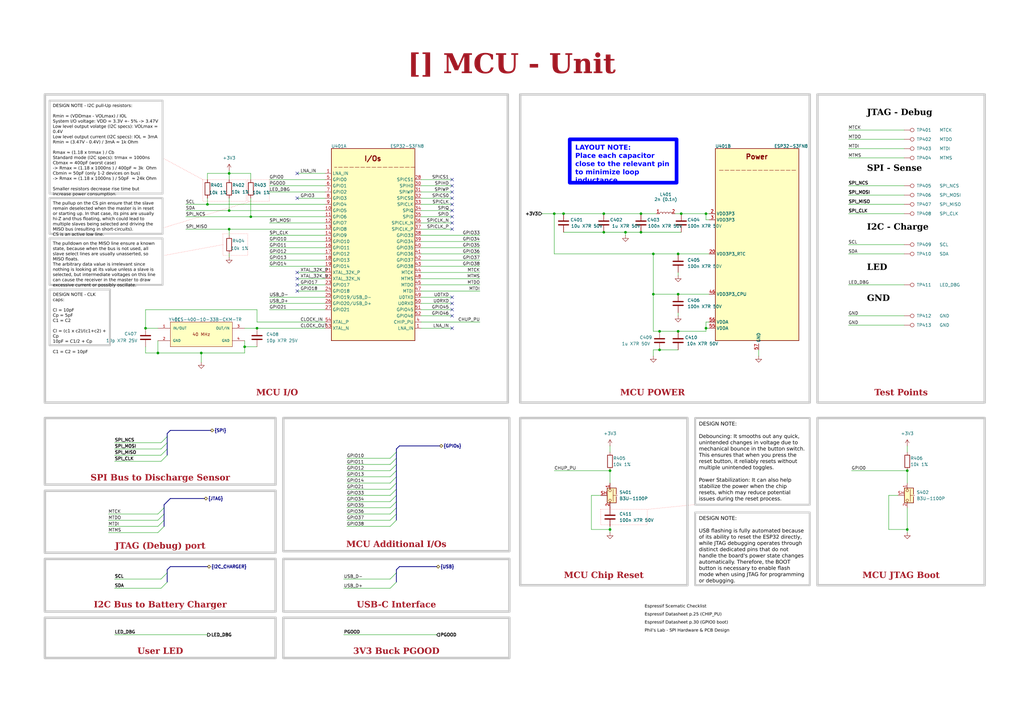
<source format=kicad_sch>
(kicad_sch (version 20231120) (generator "eeschema") (generator_version "8.0")
  (paper "A3")
  (title_block (title "MCU - Unit") (date "Last Modified Date") (rev "${REVISION}") (company "${COMPANY}"))
  (junction (at 250.19 193.04))
  (junction (at 289.56 87.63))
  (junction (at 270.51 143.51))
  (junction (at 372.11 217.17))
  (junction (at 59.69 134.62))
  (junction (at 250.19 217.17))
  (junction (at 289.56 134.62))
  (junction (at 267.97 104.14))
  (junction (at 85.09 83.82))
  (junction (at 256.54 95.25))
  (junction (at 100.33 142.24))
  (junction (at 267.97 120.65))
  (junction (at 231.14 87.63))
  (junction (at 227.33 87.63))
  (junction (at 93.98 93.98))
  (junction (at 279.4 87.63))
  (junction (at 105.41 134.62))
  (junction (at 262.89 87.63))
  (junction (at 102.87 88.9))
  (junction (at 247.65 87.63))
  (junction (at 262.89 95.25))
  (junction (at 82.55 144.78))
  (junction (at 278.13 135.89))
  (junction (at 93.98 71.12))
  (junction (at 247.65 95.25))
  (junction (at 278.13 104.14))
  (junction (at 93.98 86.36))
  (junction (at 278.13 120.65))
  (junction (at 64.77 144.78))
  (junction (at 270.51 135.89))
  (junction (at 372.11 193.04))
  (no_connect (at 185.42 73.66))
  (no_connect (at 121.92 116.84))
  (no_connect (at 185.42 83.82))
  (no_connect (at 185.42 81.28))
  (no_connect (at 185.42 76.2))
  (no_connect (at 185.42 124.46))
  (no_connect (at 121.92 81.28))
  (no_connect (at 185.42 86.36))
  (no_connect (at 121.92 114.3))
  (no_connect (at 121.92 71.12))
  (no_connect (at 185.42 88.9))
  (no_connect (at 121.92 119.38))
  (no_connect (at 185.42 121.92))
  (no_connect (at 121.92 111.76))
  (no_connect (at 185.42 129.54))
  (no_connect (at 185.42 93.98))
  (no_connect (at 185.42 91.44))
  (no_connect (at 185.42 134.62))
  (no_connect (at 185.42 127))
  (no_connect (at 185.42 78.74))
  (bus_entry (at 162.56 187.96) (size -2.54 2.54))
  (bus_entry (at 162.56 205.74) (size -2.54 2.54))
  (bus_entry (at 162.56 213.36) (size -2.54 2.54))
  (bus_entry (at 68.58 181.61) (size -2.54 2.54))
  (bus_entry (at 162.56 198.12) (size -2.54 2.54))
  (bus_entry (at 68.58 186.69) (size -2.54 2.54))
  (bus_entry (at 162.56 190.5) (size -2.54 2.54))
  (bus_entry (at 68.58 238.76) (size -2.54 2.54))
  (bus_entry (at 162.56 238.76) (size -2.54 2.54))
  (bus_entry (at 67.31 213.36) (size -2.54 2.54))
  (bus_entry (at 162.56 208.28) (size -2.54 2.54))
  (bus_entry (at 162.56 203.2) (size -2.54 2.54))
  (bus_entry (at 68.58 184.15) (size -2.54 2.54))
  (bus_entry (at 162.56 195.58) (size -2.54 2.54))
  (bus_entry (at 162.56 210.82) (size -2.54 2.54))
  (bus_entry (at 68.58 179.07) (size -2.54 2.54))
  (bus_entry (at 68.58 234.95) (size -2.54 2.54))
  (bus_entry (at 162.56 234.95) (size -2.54 2.54))
  (bus_entry (at 67.31 208.28) (size -2.54 2.54))
  (bus_entry (at 67.31 215.9) (size -2.54 2.54))
  (bus_entry (at 67.31 210.82) (size -2.54 2.54))
  (bus_entry (at 162.56 185.42) (size -2.54 2.54))
  (bus_entry (at 162.56 200.66) (size -2.54 2.54))
  (bus_entry (at 162.56 193.04) (size -2.54 2.54))
  (wire (pts (xy 93.98 93.98) (xy 93.98 96.52)))
  (wire (pts (xy 267.97 120.65) (xy 278.13 120.65)))
  (wire (pts (xy 110.49 99.06) (xy 133.35 99.06)))
  (wire (pts (xy 172.72 119.38) (xy 196.85 119.38)))
  (wire (pts (xy 82.55 144.78) (xy 100.33 144.78)))
  (wire (pts (xy 172.72 78.74) (xy 185.42 78.74)))
  (bus (pts (xy 67.31 207.01) (xy 69.85 204.47)))
  (wire (pts (xy 110.49 91.44) (xy 133.35 91.44)))
  (wire (pts (xy 105.41 132.08) (xy 133.35 132.08)))
  (wire (pts (xy 121.92 116.84) (xy 133.35 116.84)))
  (wire (pts (xy 172.72 81.28) (xy 185.3983 81.28)))
  (bus (pts (xy 68.58 233.68) (xy 69.85 232.41)))
  (wire (pts (xy 142.24 198.12) (xy 160.02 198.12)))
  (wire (pts (xy 85.09 71.12) (xy 93.98 71.12)))
  (bus (pts (xy 162.56 193.04) (xy 162.56 195.58)))
  (wire (pts (xy 172.72 76.2) (xy 185.42 76.2)))
  (wire (pts (xy 231.14 87.63) (xy 247.65 87.63)))
  (wire (pts (xy 172.72 101.6) (xy 196.85 101.6)))
  (wire (pts (xy 347.98 129.54) (xy 370.84 129.54)))
  (wire (pts (xy 59.69 127) (xy 105.41 127)))
  (wire (pts (xy 160.02 215.9) (xy 142.24 215.9)))
  (wire (pts (xy 93.98 93.98) (xy 133.35 93.98)))
  (wire (pts (xy 347.98 104.14) (xy 370.84 104.14)))
  (wire (pts (xy 142.24 195.58) (xy 160.02 195.58)))
  (wire (pts (xy 279.4 87.63) (xy 289.56 87.63)))
  (wire (pts (xy 105.41 134.62) (xy 133.35 134.62)))
  (wire (pts (xy 82.55 144.78) (xy 64.77 144.78)))
  (wire (pts (xy 278.13 113.03) (xy 278.13 111.76)))
  (wire (pts (xy 140.97 260.35) (xy 179.07 260.35)))
  (wire (pts (xy 289.56 132.08) (xy 289.56 134.62)))
  (wire (pts (xy 121.92 71.12) (xy 133.35 71.12)))
  (wire (pts (xy 102.87 81.28) (xy 102.87 88.9)))
  (wire (pts (xy 364.49 203.2) (xy 368.3 203.2)))
  (wire (pts (xy 347.98 83.82) (xy 370.84 83.82)))
  (bus (pts (xy 69.85 176.53) (xy 86.36 176.53)))
  (wire (pts (xy 76.2 86.36) (xy 93.98 86.36)))
  (wire (pts (xy 110.49 73.66) (xy 133.35 73.66)))
  (wire (pts (xy 121.92 119.38) (xy 133.35 119.38)))
  (wire (pts (xy 289.56 90.17) (xy 289.56 87.63)))
  (wire (pts (xy 347.98 87.63) (xy 370.84 87.63)))
  (wire (pts (xy 278.13 129.54) (xy 278.13 128.27)))
  (wire (pts (xy 160.02 205.74) (xy 142.24 205.74)))
  (wire (pts (xy 110.49 124.46) (xy 133.35 124.46)))
  (bus (pts (xy 162.56 234.95) (xy 162.56 238.76)))
  (polyline (pts (xy 91.44 100.33) (xy 67.31 104.775)) (stroke (width 0) (type dot) (color 255 0 0 1)))
  (wire (pts (xy 347.98 53.34) (xy 370.84 53.34)))
  (bus (pts (xy 162.56 203.2) (xy 162.56 205.74)))
  (wire (pts (xy 110.49 101.6) (xy 133.35 101.6)))
  (wire (pts (xy 93.98 104.14) (xy 93.98 105.41)))
  (wire (pts (xy 46.99 184.15) (xy 66.04 184.15)))
  (wire (pts (xy 222.25 87.63) (xy 227.33 87.63)))
  (wire (pts (xy 142.24 187.96) (xy 160.02 187.96)))
  (wire (pts (xy 347.98 57.15) (xy 370.84 57.15)))
  (bus (pts (xy 68.58 177.8) (xy 68.58 179.07)))
  (bus (pts (xy 162.56 233.68) (xy 162.56 234.95)))
  (wire (pts (xy 85.09 83.82) (xy 133.35 83.82)))
  (wire (pts (xy 160.02 203.2) (xy 142.24 203.2)))
  (wire (pts (xy 242.57 203.2) (xy 242.57 217.17)))
  (bus (pts (xy 162.56 195.58) (xy 162.56 198.12)))
  (wire (pts (xy 44.45 210.82) (xy 64.77 210.82)))
  (wire (pts (xy 267.97 120.65) (xy 267.97 135.89)))
  (wire (pts (xy 172.72 83.82) (xy 185.42 83.82)))
  (wire (pts (xy 44.45 218.44) (xy 64.77 218.44)))
  (wire (pts (xy 46.99 237.49) (xy 66.04 237.49)))
  (wire (pts (xy 160.02 213.36) (xy 142.24 213.36)))
  (wire (pts (xy 110.49 127) (xy 133.35 127)))
  (wire (pts (xy 289.56 132.08) (xy 290.83 132.08)))
  (wire (pts (xy 44.45 215.9) (xy 64.77 215.9)))
  (wire (pts (xy 267.97 104.14) (xy 278.13 104.14)))
  (wire (pts (xy 267.97 143.51) (xy 270.51 143.51)))
  (wire (pts (xy 142.24 193.04) (xy 160.02 193.04)))
  (polyline (pts (xy 102.87 82.55) (xy 67.31 93.345)) (stroke (width 0) (type dot) (color 255 0 0 1)))
  (wire (pts (xy 93.98 81.28) (xy 93.98 86.36)))
  (wire (pts (xy 267.97 135.89) (xy 270.51 135.89)))
  (wire (pts (xy 140.97 237.49) (xy 160.02 237.49)))
  (wire (pts (xy 46.99 241.3) (xy 66.04 241.3)))
  (wire (pts (xy 172.72 99.06) (xy 196.85 99.06)))
  (wire (pts (xy 172.72 109.22) (xy 196.85 109.22)))
  (wire (pts (xy 93.98 69.85) (xy 93.98 71.12)))
  (wire (pts (xy 110.49 104.14) (xy 133.35 104.14)))
  (wire (pts (xy 142.24 200.66) (xy 160.02 200.66)))
  (wire (pts (xy 93.98 71.12) (xy 102.87 71.12)))
  (bus (pts (xy 179.07 232.41) (xy 163.83 232.41)))
  (bus (pts (xy 68.58 234.95) (xy 68.58 238.76)))
  (wire (pts (xy 250.19 215.9) (xy 250.19 217.17)))
  (bus (pts (xy 180.34 182.88) (xy 163.83 182.88)))
  (wire (pts (xy 100.33 139.7) (xy 100.33 142.24)))
  (wire (pts (xy 172.72 121.92) (xy 185.42 121.92)))
  (wire (pts (xy 100.33 142.24) (xy 100.33 144.78)))
  (wire (pts (xy 110.49 76.2) (xy 133.35 76.2)))
  (wire (pts (xy 262.89 95.25) (xy 279.4 95.25)))
  (bus (pts (xy 67.31 210.82) (xy 67.31 213.36)))
  (wire (pts (xy 278.13 135.89) (xy 289.56 135.89)))
  (bus (pts (xy 67.31 208.28) (xy 67.31 210.82)))
  (bus (pts (xy 162.56 210.82) (xy 162.56 213.36)))
  (wire (pts (xy 250.19 217.17) (xy 250.19 218.44)))
  (wire (pts (xy 347.98 60.96) (xy 370.84 60.96)))
  (wire (pts (xy 172.72 127) (xy 185.42 127)))
  (wire (pts (xy 267.97 104.14) (xy 267.97 120.65)))
  (wire (pts (xy 100.33 142.24) (xy 105.41 142.24)))
  (wire (pts (xy 172.72 129.54) (xy 185.42 129.54)))
  (wire (pts (xy 110.49 96.52) (xy 133.35 96.52)))
  (wire (pts (xy 247.65 87.63) (xy 262.89 87.63)))
  (wire (pts (xy 347.98 76.2) (xy 370.84 76.2)))
  (wire (pts (xy 270.51 135.89) (xy 278.13 135.89)))
  (wire (pts (xy 59.69 127) (xy 59.69 134.62)))
  (wire (pts (xy 102.87 88.9) (xy 133.35 88.9)))
  (wire (pts (xy 270.51 143.51) (xy 278.13 143.51)))
  (wire (pts (xy 349.25 193.04) (xy 372.11 193.04)))
  (wire (pts (xy 172.72 114.3) (xy 196.85 114.3)))
  (wire (pts (xy 172.72 86.36) (xy 185.42 86.36)))
  (bus (pts (xy 67.31 213.36) (xy 67.31 215.9)))
  (wire (pts (xy 110.49 106.68) (xy 133.35 106.68)))
  (wire (pts (xy 347.98 64.77) (xy 370.84 64.77)))
  (wire (pts (xy 172.72 88.9) (xy 185.42 88.9)))
  (wire (pts (xy 172.72 134.62) (xy 185.42 134.62)))
  (wire (pts (xy 289.56 134.62) (xy 290.83 134.62)))
  (wire (pts (xy 121.92 81.28) (xy 133.35 81.28)))
  (wire (pts (xy 172.72 104.14) (xy 196.85 104.14)))
  (wire (pts (xy 227.33 87.63) (xy 227.33 104.14)))
  (bus (pts (xy 85.09 232.41) (xy 69.85 232.41)))
  (wire (pts (xy 142.24 190.5) (xy 160.02 190.5)))
  (wire (pts (xy 227.33 87.63) (xy 231.14 87.63)))
  (wire (pts (xy 172.72 96.52) (xy 196.85 96.52)))
  (wire (pts (xy 46.99 260.35) (xy 85.09 260.35)))
  (wire (pts (xy 347.98 116.84) (xy 370.84 116.84)))
  (wire (pts (xy 172.72 124.46) (xy 185.42 124.46)))
  (wire (pts (xy 372.11 193.04) (xy 372.11 198.12)))
  (bus (pts (xy 68.58 184.15) (xy 68.58 181.61)))
  (wire (pts (xy 110.49 121.92) (xy 133.35 121.92)))
  (wire (pts (xy 64.77 139.7) (xy 64.77 144.78)))
  (bus (pts (xy 68.58 186.69) (xy 68.58 184.15)))
  (wire (pts (xy 290.83 90.17) (xy 289.56 90.17)))
  (wire (pts (xy 105.41 127) (xy 105.41 132.08)))
  (wire (pts (xy 172.72 93.98) (xy 185.42 93.98)))
  (wire (pts (xy 172.72 106.68) (xy 196.85 106.68)))
  (wire (pts (xy 160.02 208.28) (xy 142.24 208.28)))
  (wire (pts (xy 44.45 213.36) (xy 64.77 213.36)))
  (bus (pts (xy 162.56 190.5) (xy 162.56 193.04)))
  (bus (pts (xy 162.56 200.66) (xy 162.56 203.2)))
  (wire (pts (xy 364.49 203.2) (xy 364.49 217.17)))
  (wire (pts (xy 59.69 144.78) (xy 59.69 142.24)))
  (wire (pts (xy 267.97 143.51) (xy 267.97 146.05)))
  (wire (pts (xy 347.98 100.33) (xy 370.84 100.33)))
  (bus (pts (xy 162.56 208.28) (xy 162.56 210.82)))
  (wire (pts (xy 172.72 111.76) (xy 196.85 111.76)))
  (bus (pts (xy 162.56 185.42) (xy 162.56 187.96)))
  (wire (pts (xy 85.09 81.28) (xy 85.09 83.82)))
  (bus (pts (xy 162.56 187.96) (xy 162.56 190.5)))
  (polyline (pts (xy 83.185 73.66) (xy 66.675 64.77)) (stroke (width 0) (type dot) (color 255 0 0 1)))
  (wire (pts (xy 121.92 111.76) (xy 133.35 111.76)))
  (bus (pts (xy 162.56 198.12) (xy 162.56 200.66)))
  (wire (pts (xy 289.56 87.63) (xy 290.83 87.63)))
  (wire (pts (xy 110.49 109.22) (xy 133.35 109.22)))
  (wire (pts (xy 76.2 83.82) (xy 85.09 83.82)))
  (wire (pts (xy 102.87 71.12) (xy 102.87 73.66)))
  (wire (pts (xy 76.2 93.98) (xy 93.98 93.98)))
  (wire (pts (xy 93.98 86.36) (xy 133.35 86.36)))
  (polyline (pts (xy 284.48 207.01) (xy 265.43 208.915)) (stroke (width 0) (type dot) (color 255 0 0 1)))
  (wire (pts (xy 46.99 181.61) (xy 66.04 181.61)))
  (wire (pts (xy 172.72 132.08) (xy 196.85 132.08)))
  (wire (pts (xy 121.92 114.3) (xy 133.35 114.3)))
  (wire (pts (xy 172.72 116.84) (xy 196.85 116.84)))
  (wire (pts (xy 227.33 104.14) (xy 267.97 104.14)))
  (bus (pts (xy 162.56 184.15) (xy 162.56 185.42)))
  (bus (pts (xy 162.56 233.68) (xy 163.83 232.41)))
  (wire (pts (xy 46.99 189.23) (xy 66.04 189.23)))
  (wire (pts (xy 372.11 217.17) (xy 372.11 218.44)))
  (wire (pts (xy 347.98 133.35) (xy 370.84 133.35)))
  (wire (pts (xy 364.49 217.17) (xy 372.11 217.17)))
  (wire (pts (xy 269.24 87.63) (xy 262.89 87.63)))
  (wire (pts (xy 372.11 182.88) (xy 372.11 185.42)))
  (bus (pts (xy 69.85 204.47) (xy 83.82 204.47)))
  (wire (pts (xy 85.09 71.12) (xy 85.09 73.66)))
  (bus (pts (xy 68.58 181.61) (xy 68.58 179.07)))
  (wire (pts (xy 140.97 241.3) (xy 160.02 241.3)))
  (wire (pts (xy 172.72 91.44) (xy 185.42 91.44)))
  (wire (pts (xy 76.2 88.9) (xy 102.87 88.9)))
  (wire (pts (xy 278.13 104.14) (xy 290.83 104.14)))
  (wire (pts (xy 227.33 193.04) (xy 250.19 193.04)))
  (bus (pts (xy 68.58 233.68) (xy 68.58 234.95)))
  (wire (pts (xy 59.69 144.78) (xy 64.77 144.78)))
  (wire (pts (xy 100.33 134.62) (xy 105.41 134.62)))
  (wire (pts (xy 160.02 210.82) (xy 142.24 210.82)))
  (bus (pts (xy 162.56 205.74) (xy 162.56 208.28)))
  (wire (pts (xy 276.86 87.63) (xy 279.4 87.63)))
  (bus (pts (xy 162.56 184.15) (xy 163.83 182.88)))
  (wire (pts (xy 59.69 134.62) (xy 64.77 134.62)))
  (wire (pts (xy 289.56 134.62) (xy 289.56 135.89)))
  (wire (pts (xy 110.49 78.74) (xy 133.35 78.74)))
  (wire (pts (xy 256.54 95.25) (xy 262.89 95.25)))
  (wire (pts (xy 247.65 95.25) (xy 231.14 95.25)))
  (wire (pts (xy 256.54 95.25) (xy 256.54 96.52)))
  (wire (pts (xy 172.72 73.66) (xy 185.42 73.66)))
  (wire (pts (xy 242.57 217.17) (xy 250.19 217.17)))
  (wire (pts (xy 250.19 193.04) (xy 250.19 198.12)))
  (wire (pts (xy 82.55 144.78) (xy 82.55 148.59)))
  (wire (pts (xy 46.99 186.69) (xy 66.04 186.69)))
  (wire (pts (xy 93.98 71.12) (xy 93.98 73.66)))
  (bus (pts (xy 67.31 208.28) (xy 67.31 207.01)))
  (wire (pts (xy 278.13 120.65) (xy 290.83 120.65)))
  (wire (pts (xy 250.19 182.88) (xy 250.19 185.42)))
  (wire (pts (xy 242.57 203.2) (xy 246.38 203.2)))
  (wire (pts (xy 372.11 208.28) (xy 372.11 217.17)))
  (wire (pts (xy 311.15 146.05) (xy 311.15 143.51)))
  (wire (pts (xy 347.98 80.01) (xy 370.84 80.01)))
  (bus (pts (xy 69.85 176.53) (xy 68.58 177.8)))
  (wire (pts (xy 247.65 95.25) (xy 256.54 95.25)))
  (rectangle (start 18.415 229.235) (end 113.03 250.825) (stroke (width 1) (color 200 200 200 1)))
  (rectangle (start 18.415 253.365) (end 113.03 269.875) (stroke (width 1) (color 200 200 200 1)))
  (rectangle (start 101.6 73.66) (end 110.49 82.55) (stroke (width 0) (type dot) (color 255 0 0 1)))
  (rectangle (start 116.205 229.235) (end 208.915 250.825) (stroke (width 1) (color 200 200 200 1)))
  (rectangle (start 18.415 201.295) (end 113.03 226.695) (stroke (width 1) (color 200 200 200 1)))
  (rectangle (start 91.44 95.885) (end 101.6 104.775) (stroke (width 0) (type dot) (color 255 0 0 1)))
  (rectangle (start 335.28 38.735) (end 403.86 165.1) (stroke (width 1) (color 200 200 200 1)))
  (rectangle (start 116.205 171.45) (end 208.915 226.06) (stroke (width 1) (color 200 200 200 1)))
  (rectangle (start 18.415 171.45) (end 113.03 198.755) (stroke (width 1) (color 200 200 200 1)))
  (rectangle (start 213.36 38.735) (end 332.105 165.1) (stroke (width 1) (color 200 200 200 1)))
  (rectangle (start 83.185 73.66) (end 100.965 82.55) (stroke (width 0) (type dot) (color 255 0 0 1)))
  (rectangle (start 213.36 171.45) (end 281.94 240.03) (stroke (width 1) (color 200 200 200 1)))
  (rectangle (start 335.28 171.45) (end 403.86 240.03) (stroke (width 1) (color 200 200 200 1)))
  (rectangle (start 116.205 253.365) (end 208.915 269.875) (stroke (width 1) (color 200 200 200 1)))
  (rectangle (start 18.415 38.735) (end 208.28 165.1) (stroke (width 1) (color 200 200 200 1)))
  (rectangle (start 246.38 208.915) (end 265.43 215.265) (stroke (width 0) (type dot) (color 255 0 0 1)))
  (text_box "MCU Additional I/Os" (at 115.57 217.17 0) (size 93.98 9.525) (stroke (width -0.0001)) (effects (font (size 2.54 2.54) (thickness 0.508) (bold yes)) (justify bottom)))
  (text_box "MCU Chip Reset" (at 212.725 229.87 0) (size 69.85 9.525) (stroke (width -0.0001)) (effects (font (size 2.54 2.54) (thickness 0.508) (bold yes)) (justify bottom)))
  (text_box "SPI Bus to Discharge Sensor" (at 17.78 189.865 0) (size 95.885 9.525) (stroke (width -0.0001)) (effects (font (size 2.54 2.54) (thickness 0.508) (bold yes)) (justify bottom)))
  (text_box "GND" (at 353.695 116.205 0) (size 64.77 9.525) (stroke (width -0.0001)) (effects (font (size 2.54 2.54) (thickness 0.508) (bold yes)) (justify left bottom)))
  (text_box "The pulldown on the MISO line ensure a known state, because when the bus is not used, all slave select lines are usually unasserted, so MISO floats. \nThe arbitrary data value is irrelevant since nothing is looking at its value unless a slave is selected, but intermediate voltages on this line can cause the receiver in the master to draw excessive current or possibly oscillate. " (at 20.32 97.79 0) (size 46.355 19.05) (stroke (width 0.8) (color 200 200 200 1)) (effects (font (size 1.27 1.27)) (justify left top)))
  (text_box "JTAG (Debug) port" (at 17.78 217.805 0) (size 95.885 9.525) (stroke (width -0.0001)) (effects (font (size 2.54 2.54) (thickness 0.508) (bold yes)) (justify bottom)))
  (text_box "DESIGN NOTE - I2C pull-Up resistors:\n\nRmin = (VDDmax - VOLmax) / IOL\nSystem I/O voltage: VDD = 3.3V +- 5% -> 3.47V\nLow level output volatge (I2C specs): VOLmax = 0.4V\nLow level output current (I2C specs): IOL = 3mA\nRmin = (3.47V - 0.4V) / 3mA ≈ 1k Ohm\n\nRmax ≈ (1.18 x trmax ) / Cb\nStandard mode (I2C specs): trmax = 1000ns\nCbmax = 400pF (worst case)\n-> Rmax = (1.18 x 1000ns ) / 400pF ≈ 3k  Ohm \nCbmin = 50pF (only 1-2 devices on bus)\n-> Rmax = (1.18 x 1000ns ) / 50pF  ≈ 24k Ohm \n\nSmaller resistors decrease rise time but \nincrease power consumption.\n\n" (at 20.32 41.275 0) (size 46.355 38.1) (stroke (width 0.8) (color 200 200 200 1)) (effects (font (size 1.27 1.27)) (justify left top)))
  (text_box "User LED" (at 17.78 260.985 0) (size 95.885 9.525) (stroke (width -0.0001)) (effects (font (size 2.54 2.54) (thickness 0.508) (bold yes)) (justify bottom)))
  (text_box "[${#}] ${TITLE}" (at 10.16 20.32 0) (size 399.415 12.7) (stroke (width -0.0001)) (effects (font (size 8 8) (thickness 1.2) (bold yes))))
  (text_box "DESIGN NOTE - CLK caps:\n\nCl = 10pF\nCp = 5pF\nC1 = C2\n\nCl = (c1 x c2)/(c1+c2) + Cp\n10pF = C1/2 + Cp\n\nC1 = C2 = 10pF\n\n" (at 20.32 118.745 0) (size 24.765 22.86) (stroke (width 0.8) (color 200 200 200 1)) (effects (font (size 1.27 1.27)) (justify left top)))
  (text_box "Test Points" (at 334.645 154.94 0) (size 69.85 9.525) (stroke (width -0.0001)) (effects (font (size 2.54 2.54) (thickness 0.508) (bold yes)) (justify bottom)))
  (text_box "The pullup on the CS pin ensure that the slave remain deselected when the master is in reset or starting up. In that case, its pins are usually hi-Z and thus floating, which could lead to multiple slaves being selected and driving the MISO bus (resulting in short-circuits). \nCS is an active low line." (at 20.32 81.28 0) (size 46.355 14.605) (stroke (width 0.8) (color 200 200 200 1)) (effects (font (size 1.27 1.27)) (justify left top)))
  (text_box "SPI - Sense" (at 353.695 62.865 0) (size 64.77 9.525) (stroke (width -0.0001)) (effects (font (size 2.54 2.54) (thickness 0.508) (bold yes)) (justify left bottom)))
  (text_box "MCU JTAG Boot" (at 334.645 229.87 0) (size 69.85 9.525) (stroke (width -0.0001)) (effects (font (size 2.54 2.54) (thickness 0.508) (bold yes)) (justify bottom)))
  (text_box "JTAG - Debug" (at 353.695 40.005 0) (size 64.77 9.525) (stroke (width -0.0001)) (effects (font (size 2.54 2.54) (thickness 0.508) (bold yes)) (justify left bottom)))
  (text_box "I2C - Charge" (at 353.695 86.995 0) (size 64.77 9.525) (stroke (width -0.0001)) (effects (font (size 2.54 2.54) (thickness 0.508) (bold yes)) (justify left bottom)))
  (text_box "LAYOUT NOTE:\nPlace each capacitor close to the relevant pin\nto minimize loop inductance." (at 233.68 57.15 0) (size 43.815 17.78) (stroke (width 1.5) (color 0 0 255 1)) (effects (font (size 2 2) (thickness 0.4) (bold yes)) (justify left top)))
  (text_box "MCU I/O" (at 17.78 154.94 0) (size 191.77 9.525) (stroke (width -0.0001)) (effects (font (size 2.54 2.54) (thickness 0.508) (bold yes)) (justify bottom)))
  (text_box "I2C Bus to Battery Charger" (at 17.78 241.935 0) (size 95.885 9.525) (stroke (width -0.0001)) (effects (font (size 2.54 2.54) (thickness 0.508) (bold yes)) (justify bottom)))
  (text_box "USB-C Interface" (at 115.57 241.935 0) (size 93.98 9.525) (stroke (width -0.0001)) (effects (font (size 2.54 2.54) (thickness 0.508) (bold yes)) (justify bottom)))
  (text_box "MCU POWER" (at 207.645 154.94 0) (size 120.015 9.525) (stroke (width -0.0001)) (effects (font (size 2.54 2.54) (thickness 0.508) (bold yes)) (justify bottom)))
  (text_box "3V3 Buck PGOOD" (at 115.57 260.985 0) (size 93.98 9.525) (stroke (width -0.0001)) (effects (font (size 2.54 2.54) (thickness 0.508) (bold yes)) (justify bottom)))
  (text_box "LED" (at 353.695 103.505 0) (size 64.77 9.525) (stroke (width -0.0001)) (effects (font (size 2.54 2.54) (thickness 0.508) (bold yes)) (justify left bottom)))
  (text_box "DESIGN NOTE:\n\nUSB flashing is fully automated because of its ability to reset the ESP32 directly, while JTAG debugging operates through distinct dedicated pins that do not handle the board's power state changes automatically. Therefore, the BOOT button is necessary to enable flash mode when using JTAG for programming or debugging." (at 285.115 210.185 0) (size 46.99 29.845) (stroke (width 0.8) (color 200 200 200 1)) (effects (font (size 1.524 1.524)) (justify left top)))
  (text_box "DESIGN NOTE:\n\nDebouncing: It smooths out any quick, unintended changes in voltage due to mechanical bounce in the button switch. This ensures that when you press the reset button, it reliably resets without multiple unintended toggles.\n\nPower Stabilization: It can also help stabilize the power when the chip resets, which may reduce potential issues during the reset process." (at 285.115 171.45 0) (size 46.99 35.56) (stroke (width 0.8128) (color 200 200 200 1)) (effects (font (size 1.524 1.524)) (justify left top)))
  (text "Espressif Datasheet p.25 (CHIP_PU)" (at 264.414 253.238 0) (effects (font (size 1.27 1.27)) (justify left bottom)))
  (text "Phil's Lab - SPI Hardware & PCB Design" (at 264.414 259.842 0) (effects (font (size 1.27 1.27)) (justify left bottom)))
  (text "Espressif Datasheet p.30 (GPIO0 boot)" (at 264.414 256.54 0) (effects (font (size 1.27 1.27)) (justify left bottom)))
  (text "Espressif Scematic Checklist" (at 264.414 249.936 0) (effects (font (size 1.27 1.27)) (justify left bottom)))
  (label "SPICS1" (at 184.15 73.66 180))
  (label "GPIO36" (at 196.85 104.14 180))
  (label "GPIO10" (at 110.49 99.06 0))
  (label "GPIO14" (at 110.49 109.22 0))
  (label "CLOCK_OUT" (at 123.19 134.62 0))
  (label "MTCK" (at 196.85 111.76 180))
  (label "LED_DBG" (at 46.99 260.35 0) (effects (font (thickness 0.254) (bold yes))))
  (label "USB_D+" (at 140.97 241.3 0))
  (label "SPI_CLK" (at 46.99 189.23 0) (effects (font (thickness 0.254) (bold yes))))
  (label "LNA_IN" (at 123.19 71.12 0))
  (label "SPI_NCS" (at 76.2 88.9 0) (effects (font (thickness 0.1588))))
  (label "GPIO11" (at 142.24 190.5 0))
  (label "GPIO35" (at 196.85 101.6 180))
  (label "LNA_IN" (at 184.15 134.62 180))
  (label "GPIO38" (at 196.85 109.22 180))
  (label "U0TXD" (at 184.15 121.92 180))
  (label "GPIO11" (at 110.49 101.6 0))
  (label "SPIWP" (at 184.15 78.74 180))
  (label "CHUP_PU" (at 227.33 193.04 0))
  (label "U0RXD" (at 184.15 124.46 180))
  (label "SPIQ" (at 184.15 86.36 180))
  (label "SCL" (at 46.99 237.49 0) (effects (font (thickness 0.254) (bold yes))))
  (label "SPI_MISO" (at 347.98 83.82 0) (effects (font (thickness 0.254) (bold yes))))
  (label "SPID" (at 184.15 88.9 180))
  (label "SPICLK" (at 184.15 83.82 180))
  (label "GPIO33" (at 196.85 96.52 180))
  (label "USB_D+" (at 110.49 124.46 0))
  (label "GPIO14" (at 142.24 198.12 0))
  (label "XTAL_32K_P" (at 123.19 111.76 0))
  (label "GPIO12" (at 110.49 104.14 0))
  (label "SDA" (at 76.2 86.36 0))
  (label "MTDO" (at 44.45 213.36 0))
  (label "GPIO18" (at 123.19 119.38 0))
  (label "MTMS" (at 347.98 64.77 0))
  (label "SPICLK_P" (at 184.15 93.98 180))
  (label "USB_D-" (at 140.97 237.49 0) (effects (font (thickness 0.1588))))
  (label "SPICLK_N" (at 184.15 91.44 180))
  (label "PGOOD" (at 110.49 76.2 0))
  (label "CLOCK_IN" (at 123.19 132.08 0))
  (label "SDA" (at 347.98 104.14 0))
  (label "SPI_NCS" (at 46.99 181.61 0) (effects (font (thickness 0.254) (bold yes))))
  (label "SCL" (at 347.98 100.33 0))
  (label "PGOOD" (at 140.97 260.35 0) (effects (font (thickness 0.254) (bold yes))))
  (label "GPIO35" (at 142.24 208.28 0))
  (label "GPIO36" (at 142.24 210.82 0))
  (label "GPIO0" (at 110.49 73.66 0))
  (label "MTCK" (at 44.45 210.82 0))
  (label "SPI_MISO" (at 76.2 93.98 0) (effects (font (thickness 0.1588))))
  (label "GPIO37" (at 196.85 106.68 180))
  (label "GPIO46" (at 184.15 129.54 180))
  (label "XTAL_32K_N" (at 123.19 114.3 0))
  (label "SPI_NCS" (at 347.98 76.2 0) (effects (font (thickness 0.254) (bold yes))))
  (label "SPI_MISO" (at 46.99 186.69 0) (effects (font (thickness 0.254) (bold yes))))
  (label "LED_DBG" (at 347.98 116.84 0))
  (label "GPIO3" (at 123.19 81.28 0))
  (label "GPIO12" (at 142.24 193.04 0))
  (label "MTMS" (at 196.85 114.3 180))
  (label "LED_DBG" (at 110.49 78.74 0) (effects (font (thickness 0.1588))))
  (label "MTDI" (at 196.85 119.38 180))
  (label "GPIO13" (at 110.49 106.68 0))
  (label "SDA" (at 46.99 241.3 0) (effects (font (thickness 0.254) (bold yes))))
  (label "SPI_CLK" (at 347.98 87.63 0) (effects (font (thickness 0.254) (bold yes))))
  (label "GPIO45" (at 184.15 127 180))
  (label "GPIO21" (at 142.24 200.66 0))
  (label "SPIHD" (at 184.15 76.2 180))
  (label "SPI_MOSI" (at 110.49 91.44 0) (effects (font (thickness 0.1588))))
  (label "CHUP_PU" (at 196.85 132.08 180))
  (label "GPIO34" (at 142.24 205.74 0))
  (label "GPIO21" (at 110.49 127 0))
  (label "MTDO" (at 347.98 57.15 0))
  (label "GPIO17" (at 123.19 116.84 0))
  (label "MTMS" (at 44.45 218.44 0))
  (label "MTDO" (at 196.85 116.84 180))
  (label "GPIO37" (at 142.24 213.36 0))
  (label "GND" (at 347.98 129.54 0) (property "Netclass" "GND" (effects (hide yes))))
  (label "GPIO34" (at 196.85 99.06 180))
  (label "MTDI" (at 44.45 215.9 0))
  (label "SPI_CLK" (at 110.49 96.52 0) (effects (font (thickness 0.1588))))
  (label "MTDI" (at 347.98 60.96 0))
  (label "SPI_MOSI" (at 347.98 80.01 0) (effects (font (thickness 0.254) (bold yes))))
  (label "GND" (at 347.98 133.35 0) (property "Netclass" "GND" (effects (hide yes))))
  (label "GPIO33" (at 142.24 203.2 0))
  (label "GPIO10" (at 142.24 187.96 0))
  (label "SCL" (at 76.2 83.82 0))
  (label "GPIO0" (at 349.25 193.04 0))
  (label "SPI_MOSI" (at 46.99 184.15 0) (effects (font (thickness 0.254) (bold yes))))
  (label "GPIO13" (at 142.24 195.58 0))
  (label "SPICS0" (at 184.15 81.28 180))
  (label "MTCK" (at 347.98 53.34 0))
  (label "SDA" (at 654.05 -41.91 0))
  (label "GPIO38" (at 142.24 215.9 0))
  (label "USB_D-" (at 110.49 121.92 0) (effects (font (thickness 0.1588))))
  (hierarchical_label "{GPIOs}" (shape bidirectional) (at 180.34 182.88 0) (effects (font (thickness 0.254) (bold yes))))
  (hierarchical_label "{SPI}" (shape bidirectional) (at 86.36 176.53 0) (effects (font (thickness 0.254) (bold yes))))
  (hierarchical_label "{JTAG}" (shape bidirectional) (at 83.82 204.47 0) (effects (font (thickness 0.254) (bold yes))))
  (hierarchical_label "PGOOD" (shape input) (at 179.07 260.35 0) (effects (font (thickness 0.254) (bold yes))))
  (hierarchical_label "LED_DBG" (shape output) (at 85.09 260.35 0) (effects (font (thickness 0.254) (bold yes))))
  (hierarchical_label "{USB}" (shape bidirectional) (at 179.07 232.41 0) (effects (font (thickness 0.254) (bold yes))))
  (hierarchical_label "+3V3" (shape input) (at 222.25 87.63 180) (effects (font (thickness 0.254) (bold yes))) (property "Netclass" "+3V3" (effects (hide yes))))
  (hierarchical_label "{I2C_CHARGER}" (shape bidirectional) (at 85.09 232.41 0) (effects (font (thickness 0.254) (bold yes))))
  (symbol (lib_id "Device:C") (at 105.41 138.43 0) (unit 1)
    (property "Reference" "C408" (at 109.22 137.16 0) (effects (justify left)))
    (property "Value" "10p X7R 25V" (at 109.22 139.7 0) (effects (justify left)))
    (property "Description" "Unpolarized capacitor" (effects (hide yes)))
  )
  (symbol (lib_id "Connector:TestPoint") (at 370.84 60.96 270) (mirror x) (unit 1)
    (property "Reference" "TP403" (at 375.92 60.96 90) (effects (justify left)))
    (property "Value" "MTDI" (at 385.318 60.96 90) (effects (justify left)))
    (property "Description" "test point" (effects (hide yes)))
  )
  (symbol (lib_name "ESP32-S3_1") (lib_id "MCU_Espressif:ESP32-S3") (at 135.89 139.7 0) (unit 1)
    (property "Reference" "U401" (at 135.89 59.944 0) (effects (justify left)))
    (property "Value" "ESP32-S3FN8" (at 160.02 59.944 0) (effects (justify left)))
    (property "Footprint" "Package_DFN_QFN:QFN-56-1EP_7x7mm_P0.4mm_EP4x4mm" (effects (hide yes)))
    (property "Datasheet" "https://www.espressif.com/sites/default/files/documentation/esp32-s3_datasheet_en.pdf" (effects (hide yes)))
    (property "Description" "Microcontroller, Wi-Fi 802.11b/g/n, Bluetooth, 32bit" (effects (hide yes)))
    (property "Manufacturer Part Number" "ESP32-S3FN8" (effects (hide yes)))
    (property "Manufacturer" "Espressif Systems" (effects (hide yes)))
    (property "Supplier Part Number" "356-ESP32-S3FN8" (effects (hide yes)))
    (property "Supplier" "Mouser Electronics" (effects (hide yes)))
  )
  (symbol (lib_id "power:GND") (at 278.13 129.54 0) (unit 1)
    (property "Reference" "#PWR0405" (effects (hide yes)))
    (property "Value" "GND" (effects (hide yes)))
    (property "Description" "Power symbol creates a global label with name \"GND\" , ground" (effects (hide yes)))
  )
  (symbol (lib_id "Connector:TestPoint") (at 370.84 100.33 270) (mirror x) (unit 1)
    (property "Reference" "TP409" (at 375.92 100.33 90) (effects (justify left)))
    (property "Value" "SCL" (at 385.318 100.33 90) (effects (justify left)))
    (property "Description" "test point" (effects (hide yes)))
  )
  (symbol (lib_id "Device:R") (at 372.11 189.23 0) (mirror y) (unit 1)
    (property "Reference" "R406" (at 373.38 187.96 0) (effects (justify right)))
    (property "Value" "10k 1%" (at 373.38 190.5 0) (effects (justify right)))
    (property "Description" "Resistor" (effects (hide yes)))
  )
  (symbol (lib_id "Device:R") (at 85.09 77.47 0) (unit 1)
    (property "Reference" "R401" (at 88.9 75.946 0))
    (property "Value" "10k 1%" (at 89.408 78.994 0))
    (property "Description" "Resistor" (effects (hide yes)))
  )
  (symbol (lib_id "power:+3V3") (at 372.11 182.88 0) (unit 1)
    (property "Reference" "#PWR0410" (effects (hide yes)))
    (property "Value" "+3V3" (at 372.11 177.8 0))
    (property "Description" "Power symbol creates a global label with name \"+3V3\"" (effects (hide yes)))
    (property "Net Class" "+3V3" (effects (hide yes)))
  )
  (symbol (lib_id "Connector:TestPoint") (at 370.84 64.77 270) (mirror x) (unit 1)
    (property "Reference" "TP404" (at 375.92 64.77 90) (effects (justify left)))
    (property "Value" "MTMS" (at 385.318 64.77 90) (effects (justify left)))
    (property "Description" "test point" (effects (hide yes)))
  )
  (symbol (lib_id "Device:C") (at 270.51 139.7 0) (mirror y) (unit 1)
    (property "Reference" "C409" (at 267.462 138.43 0) (effects (justify left)))
    (property "Value" "1u X7R 50V" (at 266.7 140.97 0) (effects (justify left)))
    (property "Description" "Unpolarized capacitor" (effects (hide yes)))
  )
  (symbol (lib_id "Charge_Manager_SYM:B3U-1100P") (at 358.14 189.23 0) (unit 1)
    (property "Reference" "S402" (at 375.92 201.93 0) (effects (justify left)))
    (property "Value" "B3U-1100P" (at 375.92 204.47 0) (effects (justify left)))
    (property "Footprint" "B3U-1100P" (effects (hide yes)))
    (property "Datasheet" "https://www.omron.com/ecb/products/pdf/en-b3u.pdf" (effects (hide yes)))
    (property "Description" "Switch Tact,ultra small,top act,grnd trm Button Tactile Switch, SPST-NO 0.05 A@ 12 V dc 0.4mm" (effects (hide yes)))
    (property "Manufacturer Part Number" "B3U-1100P" (effects (hide yes)))
    (property "Manufacturer" "Omron Electronics" (effects (hide yes)))
    (property "Supplier Part Number" "653-B3U-1100P" (effects (hide yes)))
    (property "Supplier" "Mouser Electronics" (effects (hide yes)))
  )
  (symbol (lib_id "Device:C") (at 250.19 212.09 0) (unit 1)
    (property "Reference" "C411" (at 254 210.82 0) (effects (justify left)))
    (property "Value" "100n X7R 50V" (at 254 213.36 0) (effects (justify left)))
    (property "Description" "Unpolarized capacitor" (effects (hide yes)))
  )
  (symbol (lib_id "power:GND") (at 256.54 96.52 0) (unit 1)
    (property "Reference" "#PWR0402" (effects (hide yes)))
    (property "Value" "GND" (effects (hide yes)))
    (property "Description" "Power symbol creates a global label with name \"GND\" , ground" (effects (hide yes)))
  )
  (symbol (lib_id "power:GND") (at 250.19 218.44 0) (unit 1)
    (property "Reference" "#PWR0411" (effects (hide yes)))
    (property "Value" "GND" (effects (hide yes)))
    (property "Description" "Power symbol creates a global label with name \"GND\" , ground" (effects (hide yes)))
  )
  (symbol (lib_id "Connector:TestPoint") (at 370.84 83.82 270) (mirror x) (unit 1)
    (property "Reference" "TP407" (at 375.92 83.82 90) (effects (justify left)))
    (property "Value" "SPI_MISO" (at 385.318 83.82 90) (effects (justify left)))
    (property "Description" "test point" (effects (hide yes)))
  )
  (symbol (lib_id "Connector:TestPoint") (at 370.84 80.01 270) (mirror x) (unit 1)
    (property "Reference" "TP406" (at 375.92 80.01 90) (effects (justify left)))
    (property "Value" "SPI_MOSI" (at 385.318 80.01 90) (effects (justify left)))
    (property "Description" "test point" (effects (hide yes)))
  )
  (symbol (lib_id "power:+3V3") (at 93.98 69.85 0) (unit 1)
    (property "Reference" "#PWR0401" (effects (hide yes)))
    (property "Value" "+3V3" (at 93.98 64.77 0))
    (property "Description" "Power symbol creates a global label with name \"+3V3\"" (effects (hide yes)))
    (property "Net Class" "+3V3" (effects (hide yes)))
  )
  (symbol (lib_id "Connector:TestPoint") (at 370.84 87.63 270) (mirror x) (unit 1)
    (property "Reference" "TP408" (at 375.92 87.63 90) (effects (justify left)))
    (property "Value" "SPI_CLK" (at 385.318 87.63 90) (effects (justify left)))
    (property "Description" "test point" (effects (hide yes)))
  )
  (symbol (lib_id "Device:R") (at 93.98 100.33 0) (unit 1)
    (property "Reference" "R404" (at 97.79 98.806 0))
    (property "Value" "10k 1%" (at 98.298 101.854 0))
    (property "Description" "Resistor" (effects (hide yes)))
  )
  (symbol (lib_id "Connector:TestPoint") (at 370.84 104.14 270) (mirror x) (unit 1)
    (property "Reference" "TP410" (at 375.92 104.14 90) (effects (justify left)))
    (property "Value" "SDA" (at 385.318 104.14 90) (effects (justify left)))
    (property "Description" "test point" (effects (hide yes)))
  )
  (symbol (lib_id "Connector:TestPoint") (at 370.84 76.2 270) (mirror x) (unit 1)
    (property "Reference" "TP405" (at 375.92 76.2 90) (effects (justify left)))
    (property "Value" "SPI_NCS" (at 385.318 76.2 90) (effects (justify left)))
    (property "Description" "test point" (effects (hide yes)))
  )
  (symbol (lib_id "Device:C") (at 247.65 91.44 0) (unit 1)
    (property "Reference" "C402" (at 250.19 90.17 0) (effects (justify left)))
    (property "Value" "1u X7R 50V" (at 250.952 92.71 0) (effects (justify left)))
    (property "Description" "Unpolarized capacitor" (effects (hide yes)))
  )
  (symbol (lib_id "ECS-400-10-33B-CKM-TR:ECS-400-10-33B-CKM-TR") (at 82.55 137.16 0) (unit 1)
    (property "Reference" "Y401" (at 71.628 131.064 0))
    (property "Value" "ECS-400-10-33B-CKM-TR" (at 85.344 131.064 0))
    (property "Footprint" "Charge_Manager_FP:XTAL_ECS-400-10-33B-CKM-TR" (effects (hide yes)))
    (property "Datasheet" "https://eu.mouser.com/datasheet/2/122/ECS_33B-1222132.pdf" (effects (hide yes)))
    (property "Description" "40 Mhz SMD CRYSTAL" (effects (hide yes)))
    (property "Manufacturer Part Number" "ECS-400-10-33B-CKM-TR" (effects (hide yes)))
    (property "Manufacturer" "ECS Inc. International" (effects (hide yes)))
    (property "Supplier Part Number" "520-400-10-33B-CKMT" (effects (hide yes)))
    (property "Supplier" "Mouser Electronics" (effects (hide yes)))
  )
  (symbol (lib_id "Connector:TestPoint") (at 370.84 57.15 270) (mirror x) (unit 1)
    (property "Reference" "TP402" (at 375.92 57.15 90) (effects (justify left)))
    (property "Value" "MTDO" (at 385.318 57.15 90) (effects (justify left)))
    (property "Description" "test point" (effects (hide yes)))
  )
  (symbol (lib_id "power:+3V3") (at 250.19 182.88 0) (unit 1)
    (property "Reference" "#PWR0409" (effects (hide yes)))
    (property "Value" "+3V3" (at 250.19 177.8 0))
    (property "Description" "Power symbol creates a global label with name \"+3V3\"" (effects (hide yes)))
    (property "Net Class" "+3V3" (effects (hide yes)))
  )
  (symbol (lib_id "Connector:TestPoint") (at 370.84 116.84 270) (mirror x) (unit 1)
    (property "Reference" "TP411" (at 375.92 116.84 90) (effects (justify left)))
    (property "Value" "LED_DBG" (at 385.318 116.84 90) (effects (justify left)))
    (property "Description" "test point" (effects (hide yes)))
  )
  (symbol (lib_id "power:GND") (at 372.11 218.44 0) (unit 1)
    (property "Reference" "#PWR0412" (effects (hide yes)))
    (property "Value" "GND" (effects (hide yes)))
    (property "Description" "Power symbol creates a global label with name \"GND\" , ground" (effects (hide yes)))
  )
  (symbol (lib_id "Device:R") (at 93.98 77.47 0) (unit 1)
    (property "Reference" "R402" (at 97.79 75.946 0))
    (property "Value" "10k 1%" (at 98.552 78.74 0))
    (property "Description" "Resistor" (effects (hide yes)))
  )
  (symbol (lib_id "Connector:TestPoint") (at 370.84 133.35 270) (mirror x) (unit 1)
    (property "Reference" "TP413" (at 375.92 133.35 90) (effects (justify left)))
    (property "Value" "GND" (at 385.318 133.35 90) (effects (justify left)))
    (property "Description" "test point" (effects (hide yes)))
  )
  (symbol (lib_id "Connector:TestPoint") (at 370.84 53.34 270) (mirror x) (unit 1)
    (property "Reference" "TP401" (at 375.92 53.34 90) (effects (justify left)))
    (property "Value" "MTCK" (at 385.318 53.34 90) (effects (justify left)))
    (property "Description" "test point" (effects (hide yes)))
  )
  (symbol (lib_id "Device:C") (at 59.69 138.43 180) (unit 1)
    (property "Reference" "C407" (at 56.134 136.906 0) (effects (justify left)))
    (property "Value" "10p X7R 25V" (at 56.388 139.7 0) (effects (justify left)))
    (property "Description" "Unpolarized capacitor" (effects (hide yes)))
  )
  (symbol (lib_id "power:GND") (at 267.97 146.05 0) (unit 1)
    (property "Reference" "#PWR0406" (effects (hide yes)))
    (property "Value" "GND" (effects (hide yes)))
    (property "Description" "Power symbol creates a global label with name \"GND\" , ground" (effects (hide yes)))
  )
  (symbol (lib_id "Charge_Manager_SYM:B3U-1100P") (at 236.22 189.23 0) (unit 1)
    (property "Reference" "S401" (at 254 201.93 0) (effects (justify left)))
    (property "Value" "B3U-1100P" (at 254 204.47 0) (effects (justify left)))
    (property "Footprint" "B3U-1100P" (effects (hide yes)))
    (property "Datasheet" "https://www.omron.com/ecb/products/pdf/en-b3u.pdf" (effects (hide yes)))
    (property "Description" "Switch Tact,ultra small,top act,grnd trm Button Tactile Switch, SPST-NO 0.05 A@ 12 V dc 0.4mm" (effects (hide yes)))
    (property "Manufacturer Part Number" "B3U-1100P" (effects (hide yes)))
    (property "Manufacturer" "Omron Electronics" (effects (hide yes)))
    (property "Supplier Part Number" "653-B3U-1100P" (effects (hide yes)))
    (property "Supplier" "Mouser Electronics" (effects (hide yes)))
  )
  (symbol (lib_id "MCU_Espressif:ESP32-S3") (at 293.37 139.7 0) (unit 2)
    (property "Reference" "U401" (at 293.37 59.944 0) (effects (justify left)))
    (property "Value" "ESP32-S3FN8" (at 317.5 59.944 0) (effects (justify left)))
    (property "Footprint" "Package_DFN_QFN:QFN-56-1EP_7x7mm_P0.4mm_EP4x4mm" (effects (hide yes)))
    (property "Datasheet" "https://www.espressif.com/sites/default/files/documentation/esp32-s3_datasheet_en.pdf" (effects (hide yes)))
    (property "Description" "Microcontroller, Wi-Fi 802.11b/g/n, Bluetooth, 32bit" (effects (hide yes)))
    (property "Manufacturer Part Number" "ESP32-S3FN8" (effects (hide yes)))
    (property "Manufacturer" "Espressif Systems" (effects (hide yes)))
    (property "Supplier Part Number" "356-ESP32-S3FN8" (effects (hide yes)))
    (property "Supplier" "Mouser Electronics" (effects (hide yes)))
  )
  (symbol (lib_id "Device:C") (at 262.89 91.44 0) (unit 1)
    (property "Reference" "C403" (at 265.43 90.17 0) (effects (justify left)))
    (property "Value" "100n X7R 50V" (at 265.684 92.71 0) (effects (justify left)))
    (property "Description" "Unpolarized capacitor" (effects (hide yes)))
  )
  (symbol (lib_id "Device:R") (at 250.19 189.23 0) (mirror y) (unit 1)
    (property "Reference" "R405" (at 251.46 187.96 0) (effects (justify right)))
    (property "Value" "10k 1%" (at 251.46 190.5 0) (effects (justify right)))
    (property "Description" "Resistor" (effects (hide yes)))
  )
  (symbol (lib_id "power:GND") (at 93.98 105.41 0) (unit 1)
    (property "Reference" "#PWR0403" (effects (hide yes)))
    (property "Value" "GND" (effects (hide yes)))
    (property "Description" "Power symbol creates a global label with name \"GND\" , ground" (effects (hide yes)))
  )
  (symbol (lib_id "Device:C") (at 278.13 139.7 0) (unit 1)
    (property "Reference" "C410" (at 280.924 138.43 0) (effects (justify left)))
    (property "Value" "10n X7R 50V" (at 281.686 140.97 0) (effects (justify left)))
    (property "Description" "Unpolarized capacitor" (effects (hide yes)))
  )
  (symbol (lib_id "Device:C") (at 279.4 91.44 0) (unit 1)
    (property "Reference" "C404" (at 281.94 90.17 0) (effects (justify left)))
    (property "Value" "100n X7R 50V" (at 281.94 92.71 0) (effects (justify left)))
    (property "Description" "Unpolarized capacitor" (effects (hide yes)))
  )
  (symbol (lib_id "power:GND") (at 311.15 146.05 0) (unit 1)
    (property "Reference" "#PWR0407" (effects (hide yes)))
    (property "Value" "GND" (effects (hide yes)))
    (property "Description" "Power symbol creates a global label with name \"GND\" , ground" (effects (hide yes)))
  )
  (symbol (lib_id "power:GND") (at 278.13 113.03 0) (unit 1)
    (property "Reference" "#PWR0404" (effects (hide yes)))
    (property "Value" "GND" (effects (hide yes)))
    (property "Description" "Power symbol creates a global label with name \"GND\" , ground" (effects (hide yes)))
  )
  (symbol (lib_id "Device:R") (at 102.87 77.47 0) (unit 1)
    (property "Reference" "R403" (at 106.68 75.946 0))
    (property "Value" "10k 1%" (at 107.188 78.994 0))
    (property "Description" "Resistor" (effects (hide yes)))
  )
  (symbol (lib_id "power:GND") (at 82.55 148.59 0) (unit 1)
    (property "Reference" "#PWR0408" (effects (hide yes)))
    (property "Value" "GND" (effects (hide yes)))
    (property "Description" "Power symbol creates a global label with name \"GND\" , ground" (effects (hide yes)))
  )
  (symbol (lib_id "Connector:TestPoint") (at 370.84 129.54 270) (mirror x) (unit 1)
    (property "Reference" "TP412" (at 375.92 129.54 90) (effects (justify left)))
    (property "Value" "GND" (at 385.318 129.54 90) (effects (justify left)))
    (property "Description" "test point" (effects (hide yes)))
  )
  (symbol (lib_id "Charge_Manager_SYM:LQP02HQ2N0B02E") (at 262.89 87.63 0) (unit 1)
    (property "Reference" "L401" (at 273.05 79.756 0))
    (property "Value" "2n (0.1n)" (at 273.05 81.788 0))
    (property "Footprint" "LQP02HQ0N2B02E" (effects (hide yes)))
    (property "Datasheet" "https://psearch.en.murata.com/inductor/product/LQP02HQ2N0B02%23.html" (effects (hide yes)))
    (property "Description" "LQP02HQ_02 Series Inductor 2.0nH +/-0.1nH 01005 (0402)" (effects (hide yes)))
    (property "Manufacturer Part Number" "LQP02HQ2N0B02E" (effects (hide yes)))
    (property "Manufacturer" "Murata Electronics" (effects (hide yes)))
    (property "Supplier Part Number" "81-LQP02HQ2N0B02E" (effects (hide yes)))
    (property "Supplier" "Mouser Electronics" (effects (hide yes)))
  )
  (symbol (lib_id "Device:C") (at 231.14 91.44 0) (unit 1)
    (property "Reference" "C401" (at 233.934 90.17 0) (effects (justify left)))
    (property "Value" "10u X7R 50V" (at 234.188 92.71 0) (effects (justify left)))
    (property "Description" "Unpolarized capacitor" (effects (hide yes)))
  )
  (symbol (lib_id "Device:C") (at 278.13 124.46 0) (unit 1)
    (property "Reference" "C406" (at 281.94 123.19 0) (effects (justify left)))
    (property "Value" "100n X7R 50V" (at 281.94 125.73 0) (effects (justify left)))
    (property "Description" "Unpolarized capacitor" (effects (hide yes)))
  )
  (symbol (lib_id "Device:C") (at 278.13 107.95 0) (unit 1)
    (property "Reference" "C405" (at 281.94 106.68 0) (effects (justify left)))
    (property "Value" "100n X7R 50V" (at 281.94 109.22 0) (effects (justify left)))
    (property "Description" "Unpolarized capacitor" (effects (hide yes)))
  )
)
</source>
